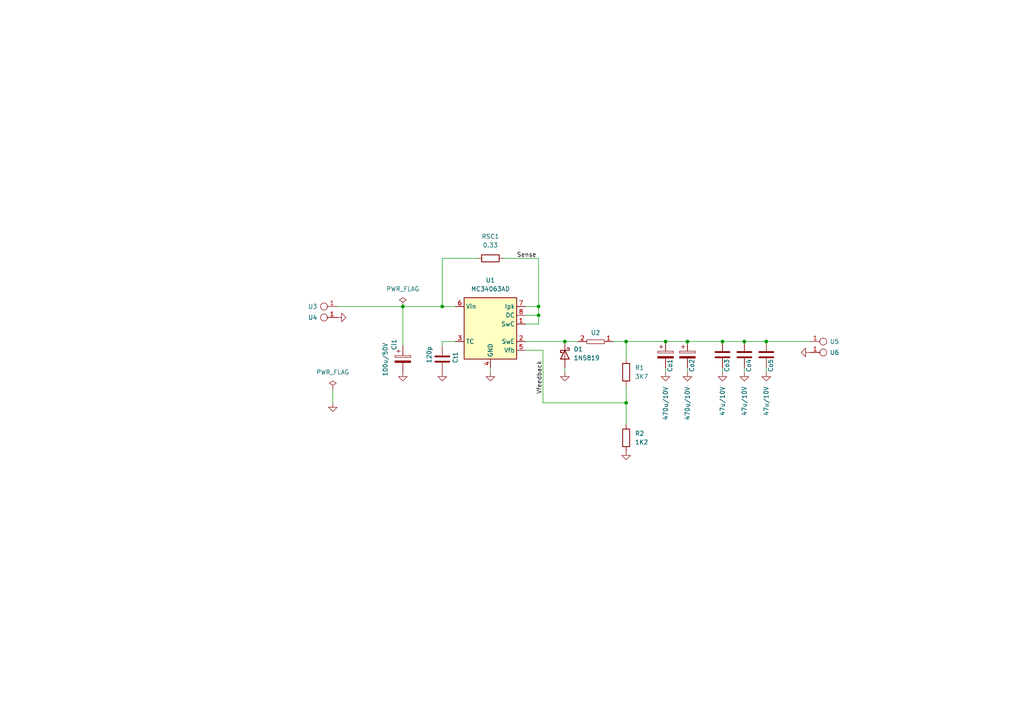
<source format=kicad_sch>
(kicad_sch (version 20211123) (generator eeschema)
  (paper "A4")
  (lib_symbols
    (symbol "1pin:1pin"
      (symbol "1pin_0_1"
        (circle (center 0 0) (radius 1.016))
      )
      (symbol "1pin_1_1"
        (pin passive line (at -3.81 0 0) (length 3) (name "") (number "1"))
      )
    )
    (symbol "Device:C" (pin_numbers hide) (pin_names (offset 0.254))
      (property "Reference" "C" (at 0.635 2.54 0))
      (property "Value" "C" (at 0.635 -2.54 0))
      (symbol "C_0_1"
        (polyline (pts (xy -2.032 -0.762) (xy 2.032 -0.762)) (stroke (width 0.508)))
        (polyline (pts (xy -2.032 0.762) (xy 2.032 0.762)) (stroke (width 0.508)))
      )
      (symbol "C_1_1"
        (pin passive line (at 0 3.81 270) (length 2.794) (name "~") (number "1"))
        (pin passive line (at 0 -3.81 90) (length 2.794) (name "~") (number "2"))
      )
    )
    (symbol "Device:C_Polarized" (pin_numbers hide) (pin_names (offset 0.254))
      (property "Reference" "C" (at 0.635 2.54 0))
      (property "Value" "C_Polarized" (at 0.635 -2.54 0))
      (symbol "C_Polarized_0_1"
        (rectangle (start -2.286 0.508) (end 2.286 1.016))
        (polyline (pts (xy -1.778 2.286) (xy -0.762 2.286)))
        (polyline (pts (xy -1.27 2.794) (xy -1.27 1.778)))
        (rectangle (start 2.286 -0.508) (end -2.286 -1.016) (fill (type outline)))
      )
      (symbol "C_Polarized_1_1"
        (pin passive line (at 0 3.81 270) (length 2.794) (name "~") (number "1"))
        (pin passive line (at 0 -3.81 90) (length 2.794) (name "~") (number "2"))
      )
    )
    (symbol "Device:R" (pin_numbers hide) (pin_names (offset 0))
      (property "Reference" "R" (at 2.032 0 90))
      (property "Value" "R" (at 0 0 90))
      (symbol "R_0_1"
        (rectangle (start -1.016 -2.54) (end 1.016 2.54) (stroke (width 0.254)))
      )
      (symbol "R_1_1"
        (pin passive line (at 0 3.81 270) (length 1.27) (name "~") (number "1"))
        (pin passive line (at 0 -3.81 90) (length 1.27) (name "~") (number "2"))
      )
    )
    (symbol "Diode:1N5819" (pin_numbers hide) (pin_names (offset 1.016) hide)
      (property "Reference" "D" (at 0 2.54 0))
      (property "Value" "1N5819" (at 0 -2.54 0))
      (symbol "1N5819_0_1"
        (polyline (pts (xy 1.27 0) (xy -1.27 0)))
        (polyline (pts (xy 1.27 1.27) (xy 1.27 -1.27) (xy -1.27 0) (xy 1.27 1.27)) (stroke (width 0.254)))
        (polyline (pts (xy -1.905 0.635) (xy -1.905 1.27) (xy -1.27 1.27) (xy -1.27 -1.27) (xy -0.635 -1.27) (xy -0.635 -0.635)) (stroke (width 0.254)))
      )
      (symbol "1N5819_1_1"
        (pin passive line (at -3.81 0 0) (length 2.54) (name "K") (number "1"))
        (pin passive line (at 3.81 0 180) (length 2.54) (name "A") (number "2"))
      )
    )
    (symbol "Regulator_Switching:MC34063AD"
      (property "Reference" "U" (at -7.62 8.89 0))
      (property "Value" "MC34063AD" (at 0 8.89 0))
      (symbol "MC34063AD_0_1"
        (rectangle (start -7.62 7.62) (end 7.62 -10.16) (stroke (width 0.254)) (fill (type background)))
      )
      (symbol "MC34063AD_1_1"
        (pin open_collector line (at 10.16 0 180) (length 2.54) (name "SwC") (number "1"))
        (pin open_emitter line (at 10.16 -5.08 180) (length 2.54) (name "SwE") (number "2"))
        (pin passive line (at -10.16 -5.08 0) (length 2.54) (name "TC") (number "3"))
        (pin power_in line (at 0 -12.7 90) (length 2.54) (name "GND") (number "4"))
        (pin input line (at 10.16 -7.62 180) (length 2.54) (name "Vfb") (number "5"))
        (pin power_in line (at -10.16 5.08 0) (length 2.54) (name "Vin") (number "6"))
        (pin input line (at 10.16 5.08 180) (length 2.54) (name "Ipk") (number "7"))
        (pin open_collector line (at 10.16 2.54 180) (length 2.54) (name "DC") (number "8"))
      )
    )
    (symbol "mc34063-power-inductor-leaded:mc34063-power-inductor-leaded"
      (property "Reference" "U" (at 0 3.81 0))
      (symbol "mc34063-power-inductor-leaded_0_1"
        (rectangle (start -2.54 0.635) (end 2.54 -0.508))
      )
      (symbol "mc34063-power-inductor-leaded_1_1"
        (pin passive line (at -5.08 0 0) (length 2.54) (name "") (number "1"))
        (pin passive line (at 5.08 0 180) (length 2.54) (name "") (number "2"))
      )
    )
    (symbol "power:GND" (power) (pin_names (offset 0))
      (property "Value" "GND" (at 0 -3.81 0))
      (symbol "GND_0_1"
        (polyline (pts (xy 0 0) (xy 0 -1.27) (xy 1.27 -1.27) (xy 0 -2.54) (xy -1.27 -1.27) (xy 0 -1.27)))
      )
      (symbol "GND_1_1"
        (pin power_in line (at 0 0 270) (length 0) hide (name "GND") (number "1"))
      )
    )
    (symbol "power:PWR_FLAG" (power) (pin_numbers hide) (pin_names (offset 0) hide)
      (property "Value" "PWR_FLAG" (at 0 3.81 0))
      (symbol "PWR_FLAG_0_0"
        (pin power_out line (at 0 0 90) (length 0) (name "pwr") (number "1"))
      )
      (symbol "PWR_FLAG_0_1"
        (polyline (pts (xy 0 0) (xy 0 1.27) (xy -1.016 1.905) (xy 0 2.54) (xy 1.016 1.905) (xy 0 1.27)))
      )
    )
  )
  (junction (at 163.83 99.06))
  (junction (at 199.39 99.06))
  (junction (at 116.84 88.9))
  (junction (at 128.27 88.9))
  (junction (at 215.9 99.06))
  (junction (at 181.61 116.84))
  (junction (at 209.55 99.06))
  (junction (at 156.21 88.9))
  (junction (at 156.21 91.44))
  (junction (at 193.04 99.06))
  (junction (at 181.61 99.06))
  (junction (at 222.25 99.06))
  (wire (pts (xy 181.61 116.84) (xy 181.61 123.19)))
  (wire (pts (xy 181.61 99.06) (xy 181.61 104.14)))
  (wire (pts (xy 163.83 106.68) (xy 163.83 107.95)))
  (wire (pts (xy 128.27 99.06) (xy 128.27 100.33)))
  (wire (pts (xy 128.27 74.93) (xy 128.27 88.9)))
  (wire (pts (xy 142.24 107.95) (xy 142.24 106.68)))
  (wire (pts (xy 97.79 88.9) (xy 116.84 88.9)))
  (wire (pts (xy 209.55 99.06) (xy 215.9 99.06)))
  (wire (pts (xy 152.4 99.06) (xy 163.83 99.06)))
  (wire (pts (xy 157.48 101.6) (xy 152.4 101.6)))
  (wire (pts (xy 199.39 99.06) (xy 209.55 99.06)))
  (wire (pts (xy 222.25 99.06) (xy 234.95 99.06)))
  (wire (pts (xy 138.43 74.93) (xy 128.27 74.93)))
  (wire (pts (xy 157.48 116.84) (xy 181.61 116.84)))
  (wire (pts (xy 156.21 74.93) (xy 156.21 88.9)))
  (wire (pts (xy 156.21 93.98) (xy 156.21 91.44)))
  (wire (pts (xy 199.39 106.68) (xy 199.39 107.95)))
  (wire (pts (xy 146.05 74.93) (xy 156.21 74.93)))
  (wire (pts (xy 177.8 99.06) (xy 181.61 99.06)))
  (wire (pts (xy 215.9 99.06) (xy 222.25 99.06)))
  (wire (pts (xy 152.4 88.9) (xy 156.21 88.9)))
  (wire (pts (xy 152.4 93.98) (xy 156.21 93.98)))
  (wire (pts (xy 116.84 88.9) (xy 128.27 88.9)))
  (wire (pts (xy 96.52 113.03) (xy 96.52 116.84)))
  (wire (pts (xy 163.83 99.06) (xy 167.64 99.06)))
  (wire (pts (xy 209.55 106.68) (xy 209.55 107.95)))
  (wire (pts (xy 222.25 106.68) (xy 222.25 107.95)))
  (wire (pts (xy 181.61 99.06) (xy 193.04 99.06)))
  (wire (pts (xy 116.84 88.9) (xy 116.84 100.33)))
  (wire (pts (xy 181.61 111.76) (xy 181.61 116.84)))
  (wire (pts (xy 152.4 91.44) (xy 156.21 91.44)))
  (wire (pts (xy 193.04 106.68) (xy 193.04 107.95)))
  (wire (pts (xy 132.08 99.06) (xy 128.27 99.06)))
  (wire (pts (xy 157.48 116.84) (xy 157.48 101.6)))
  (wire (pts (xy 215.9 106.68) (xy 215.9 107.95)))
  (wire (pts (xy 156.21 88.9) (xy 156.21 91.44)))
  (wire (pts (xy 128.27 88.9) (xy 132.08 88.9)))
  (wire (pts (xy 193.04 99.06) (xy 199.39 99.06)))
  (label "Vfeedback" (at 157.48 114.3 90))
  (label "Sense" (at 149.86 74.93 0))
  (symbol (lib_id "power:GND") (at 163.83 107.95 0) (unit 1)
    (property "Reference" "#PWR05" (effects hide))
    (property "Value" "GND" (effects hide))
  )
  (symbol (lib_id "power:GND") (at 128.27 107.95 0) (unit 1)
    (property "Reference" "#PWR03" (effects hide))
    (property "Value" "GND" (effects hide))
  )
  (symbol (lib_id "Device:C") (at 222.25 102.87 0) (unit 1)
    (property "Reference" "Co5" (at 223.52 107.95 90) (effects (justify left)))
    (property "Value" "47u/10V" (at 222.25 120.65 90) (effects (justify left)))
    (property "Footprint" "Capacitor_SMD:C_1206_3216Metric_Pad1.33x1.80mm_HandSolder" (effects hide))
  )
  (symbol (lib_id "power:PWR_FLAG") (at 96.52 113.03 0) (mirror y) (unit 1)
    (property "Reference" "#FLG0101" (effects hide))
    (property "Value" "PWR_FLAG" (at 96.52 107.95 0))
  )
  (symbol (lib_id "Device:R") (at 142.24 74.93 90) (unit 1)
    (property "Reference" "RSC1" (at 142.24 68.58 90))
    (property "Value" "0.33" (at 142.24 71.12 90))
    (property "Footprint" "Resistor_SMD:R_0805_2012Metric_Pad1.20x1.40mm_HandSolder" (effects hide))
  )
  (symbol (lib_id "1pin:1pin") (at 93.98 92.075 180) (unit 1)
    (property "Reference" "U4" (at 92.075 92.075 0) (effects (justify left)))
    (property "Value" "1pin" (effects hide))
    (property "Footprint" "1pin:1pin" (effects hide))
  )
  (symbol (lib_id "1pin:1pin") (at 238.76 102.235 0) (unit 1)
    (property "Reference" "U6" (at 240.665 102.235 0) (effects (justify left)))
    (property "Value" "1pin" (effects hide))
    (property "Footprint" "1pin:1pin" (effects hide))
  )
  (symbol (lib_id "Device:C_Polarized") (at 199.39 102.87 0) (unit 1)
    (property "Reference" "Co2" (at 200.66 107.95 90) (effects (justify left)))
    (property "Value" "470u/10V" (at 199.39 121.92 90) (effects (justify left)))
    (property "Footprint" "Capacitor_SMD:CP_Elec_6.3x7.7" (effects hide))
  )
  (symbol (lib_id "power:GND") (at 215.9 107.95 0) (unit 1)
    (property "Reference" "#PWR08" (effects hide))
    (property "Value" "GND" (effects hide))
  )
  (symbol (lib_id "1pin:1pin") (at 238.76 99.06 0) (unit 1)
    (property "Reference" "U5" (at 240.665 99.06 0) (effects (justify left)))
    (property "Value" "1pin" (effects hide))
    (property "Footprint" "1pin:1pin" (effects hide))
  )
  (symbol (lib_id "power:GND") (at 116.84 107.95 0) (unit 1)
    (property "Reference" "#PWR02" (effects hide))
    (property "Value" "GND" (effects hide))
  )
  (symbol (lib_id "1pin:1pin") (at 93.98 88.9 180) (unit 1)
    (property "Reference" "U3" (at 92.075 88.9 0) (effects (justify left)))
    (property "Value" "1pin" (effects hide))
    (property "Footprint" "1pin:1pin" (effects hide))
  )
  (symbol (lib_id "Device:C") (at 128.27 104.14 0) (unit 1)
    (property "Reference" "Ct1" (at 132.08 105.41 90) (effects (justify left)))
    (property "Value" "120p" (at 124.46 105.41 90) (effects (justify left)))
    (property "Footprint" "Capacitor_SMD:C_0805_2012Metric_Pad1.18x1.45mm_HandSolder" (effects hide))
  )
  (symbol (lib_id "power:GND") (at 199.39 107.95 0) (unit 1)
    (property "Reference" "#PWR010" (effects hide))
    (property "Value" "GND" (effects hide))
  )
  (symbol (lib_id "power:GND") (at 193.04 107.95 0) (unit 1)
    (property "Reference" "#PWR07" (effects hide))
    (property "Value" "GND" (effects hide))
  )
  (symbol (lib_id "power:PWR_FLAG") (at 116.84 88.9 0) (mirror y) (unit 1)
    (property "Reference" "#FLG0102" (effects hide))
    (property "Value" "PWR_FLAG" (at 116.84 83.82 0))
  )
  (symbol (lib_id "mc34063-power-inductor-leaded:mc34063-power-inductor-leaded") (at 172.72 99.06 180) (unit 1)
    (property "Reference" "U2" (at 172.72 96.52 0))
    (property "Value" "mc34063-power-inductor-leaded" (effects hide))
    (property "Footprint" "mc34063-power-inductor-leaded:mc34063-power-inductor-leaded" (effects hide))
  )
  (symbol (lib_id "power:GND") (at 181.61 130.81 0) (unit 1)
    (property "Reference" "#PWR06" (effects hide))
    (property "Value" "GND" (effects hide))
  )
  (symbol (lib_id "Device:R") (at 181.61 127 0) (unit 1)
    (property "Reference" "R2" (at 184.15 125.7299 0) (effects (justify left)))
    (property "Value" "1K2" (at 184.15 128.2699 0) (effects (justify left)))
    (property "Footprint" "Resistor_SMD:R_0805_2012Metric_Pad1.20x1.40mm_HandSolder" (effects hide))
  )
  (symbol (lib_id "power:GND") (at 222.25 107.95 0) (unit 1)
    (property "Reference" "#PWR0103" (effects hide))
    (property "Value" "GND" (effects hide))
  )
  (symbol (lib_id "Diode:1N5819") (at 163.83 102.87 270) (unit 1)
    (property "Reference" "D1" (at 166.37 101.2824 90) (effects (justify left)))
    (property "Value" "1N5819" (at 166.37 103.8224 90) (effects (justify left)))
    (property "Footprint" "Diode_SMD:D_SOD-123" (effects hide))
    (property "Datasheet" "http://www.vishay.com/docs/88525/1n5817.pdf" (effects hide))
  )
  (symbol (lib_id "Device:C_Polarized") (at 193.04 102.87 0) (unit 1)
    (property "Reference" "Co1" (at 194.31 107.95 90) (effects (justify left)))
    (property "Value" "470u/10V" (at 193.04 121.92 90) (effects (justify left)))
    (property "Footprint" "Capacitor_SMD:CP_Elec_6.3x7.7" (effects hide))
  )
  (symbol (lib_id "power:GND") (at 96.52 116.84 0) (unit 1)
    (property "Reference" "#PWR0102" (effects hide))
    (property "Value" "GND" (effects hide))
  )
  (symbol (lib_id "Device:C") (at 215.9 102.87 0) (unit 1)
    (property "Reference" "Co4" (at 217.17 107.95 90) (effects (justify left)))
    (property "Value" "47u/10V" (at 215.9 120.65 90) (effects (justify left)))
    (property "Footprint" "Capacitor_SMD:C_1206_3216Metric_Pad1.33x1.80mm_HandSolder" (effects hide))
  )
  (symbol (lib_id "power:GND") (at 97.79 92.075 90) (unit 1)
    (property "Reference" "#PWR0101" (effects hide))
    (property "Value" "GND" (effects hide))
  )
  (symbol (lib_id "Device:C") (at 209.55 102.87 0) (unit 1)
    (property "Reference" "Co3" (at 210.82 107.95 90) (effects (justify left)))
    (property "Value" "47u/10V" (at 209.55 120.65 90) (effects (justify left)))
    (property "Footprint" "Capacitor_SMD:C_1206_3216Metric_Pad1.33x1.80mm_HandSolder" (effects hide))
  )
  (symbol (lib_id "Regulator_Switching:MC34063AD") (at 142.24 93.98 0) (unit 1)
    (property "Reference" "U1" (at 142.24 81.28 0))
    (property "Value" "MC34063AD" (at 142.24 83.82 0))
    (property "Footprint" "Package_SO:SOIC-8_3.9x4.9mm_P1.27mm" (effects hide))
    (property "Datasheet" "http://www.onsemi.com/pub_link/Collateral/MC34063A-D.PDF" (effects hide))
  )
  (symbol (lib_id "power:GND") (at 234.95 102.235 270) (unit 1)
    (property "Reference" "#PWR01" (effects hide))
    (property "Value" "GND" (effects hide))
  )
  (symbol (lib_id "power:GND") (at 142.24 107.95 0) (unit 1)
    (property "Reference" "#PWR04" (effects hide))
    (property "Value" "GND" (effects hide))
  )
  (symbol (lib_id "Device:C_Polarized") (at 116.84 104.14 0) (unit 1)
    (property "Reference" "Ci1" (at 114.3 101.6 90) (effects (justify left)))
    (property "Value" "100u/50V" (at 111.76 109.22 90) (effects (justify left)))
    (property "Footprint" "Capacitor_SMD:CP_Elec_6.3x7.7" (effects hide))
  )
  (symbol (lib_id "power:GND") (at 209.55 107.95 0) (unit 1)
    (property "Reference" "#PWR011" (effects hide))
    (property "Value" "GND" (effects hide))
  )
  (symbol (lib_id "Device:R") (at 181.61 107.95 0) (unit 1)
    (property "Reference" "R1" (at 184.15 106.6799 0) (effects (justify left)))
    (property "Value" "3K7" (at 184.15 109.2199 0) (effects (justify left)))
    (property "Footprint" "Resistor_SMD:R_0805_2012Metric_Pad1.20x1.40mm_HandSolder" (effects hide))
  )
)
</source>
